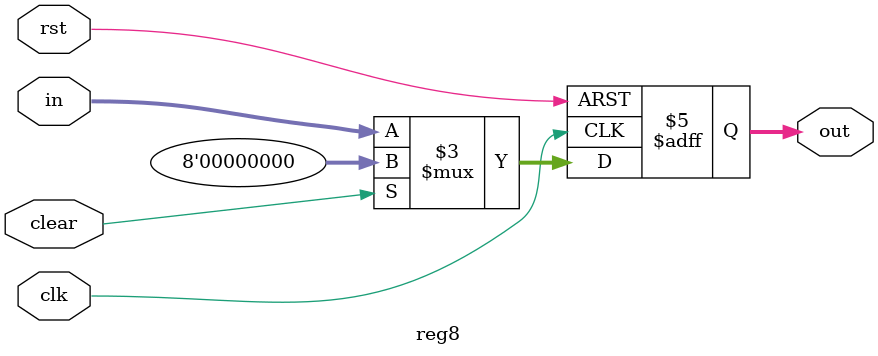
<source format=v>
module reg8 (clk ,rst, clear, in, out);
    input clk,rst,clear;
    input [7:0] in;
    output reg [7:0] out;

    always @(posedge clk or posedge rst) begin
        if (rst) begin
            out <= 8'd0;
        end
        else if (clear) begin
            out <= 8'd0;
        end
        else begin
            out <= in;
        end
    end

endmodule
</source>
